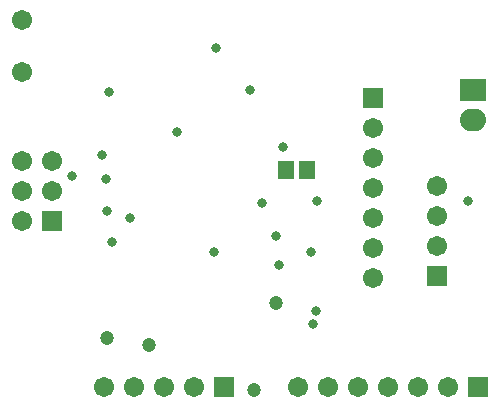
<source format=gbs>
G04*
G04 #@! TF.GenerationSoftware,Altium Limited,Altium Designer,20.2.6 (244)*
G04*
G04 Layer_Color=16711935*
%FSLAX25Y25*%
%MOIN*%
G70*
G04*
G04 #@! TF.SameCoordinates,118C2C68-07E6-42F6-8D37-0A3A2A95D5DC*
G04*
G04*
G04 #@! TF.FilePolarity,Negative*
G04*
G01*
G75*
%ADD23R,0.05524X0.06312*%
%ADD25C,0.06706*%
%ADD26R,0.06706X0.06706*%
%ADD27R,0.06706X0.06706*%
%ADD28O,0.08674X0.07493*%
%ADD29R,0.08674X0.07493*%
%ADD30C,0.03162*%
%ADD31C,0.04737*%
D23*
X622000Y188500D02*
D03*
X614913D02*
D03*
D25*
X527000Y221000D02*
D03*
Y171500D02*
D03*
X537000Y181500D02*
D03*
X527000D02*
D03*
X537000Y191500D02*
D03*
X527000D02*
D03*
Y238500D02*
D03*
X619000Y116000D02*
D03*
X629000D02*
D03*
X639000D02*
D03*
X649000D02*
D03*
X669000D02*
D03*
X659000D02*
D03*
X584331D02*
D03*
X574331D02*
D03*
X564331D02*
D03*
X554331D02*
D03*
X665500Y183000D02*
D03*
Y173000D02*
D03*
Y163000D02*
D03*
X644000Y192500D02*
D03*
Y202500D02*
D03*
Y182500D02*
D03*
Y172500D02*
D03*
Y162500D02*
D03*
Y152500D02*
D03*
D26*
X537000Y171500D02*
D03*
X665500Y153000D02*
D03*
X644000Y212500D02*
D03*
D27*
X679000Y116000D02*
D03*
X594331D02*
D03*
D28*
X677500Y205000D02*
D03*
D29*
Y215000D02*
D03*
D30*
X590853Y161082D02*
D03*
X563000Y172500D02*
D03*
X624000Y137000D02*
D03*
X607000Y177500D02*
D03*
X578543Y201000D02*
D03*
X553584Y193500D02*
D03*
X625000Y141500D02*
D03*
X555016Y185382D02*
D03*
X555329Y174870D02*
D03*
X614000Y196098D02*
D03*
X625437Y178000D02*
D03*
X603000Y215098D02*
D03*
X591610Y229000D02*
D03*
X611757Y166243D02*
D03*
X543570Y186295D02*
D03*
X675750Y178000D02*
D03*
X612563Y156846D02*
D03*
X623437Y161063D02*
D03*
X557000Y164500D02*
D03*
X556169Y214500D02*
D03*
D31*
X555500Y132332D02*
D03*
X611776Y144000D02*
D03*
X604484Y115000D02*
D03*
X569310Y130190D02*
D03*
M02*

</source>
